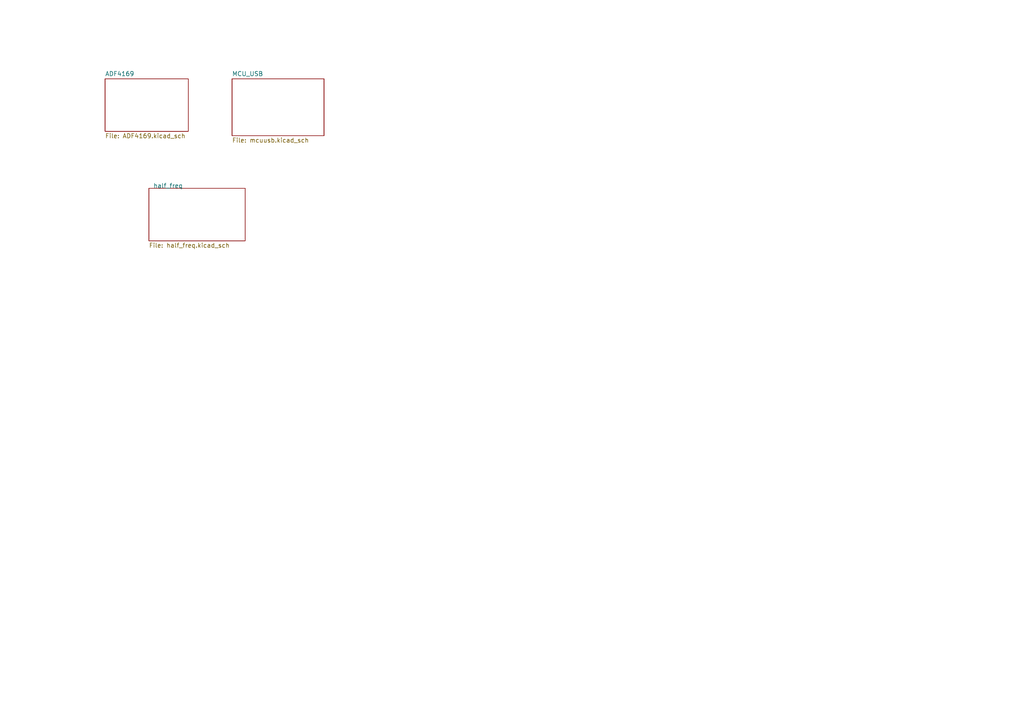
<source format=kicad_sch>
(kicad_sch (version 20211123) (generator eeschema)
  (paper "A4")
  (lib_symbols)
  (sheet (at 67.31 22.86) (size 26.67 16.51) (stroke (width 0.1524))
    (property "Sheet name" "MCU_USB" (at 67.31 22.1484 0) (effects (justify left bottom)))
    (property "Sheet file" "mcuusb.kicad_sch" (at 67.31 39.9546 0) (effects (justify left top)))
  )
  (sheet (at 30.48 22.86) (size 24.13 15.24) (stroke (width 0.1524))
    (property "Sheet name" "ADF4169" (at 30.48 22.1484 0) (effects (justify left bottom)))
    (property "Sheet file" "ADF4169.kicad_sch" (at 30.48 38.6846 0) (effects (justify left top)))
  )
  (sheet (at 43.18 54.61) (size 27.94 15.24) (stroke (width 0.1524))
    (property "Sheet name" "half_freq" (at 44.45 54.61 0) (effects (justify left bottom)))
    (property "Sheet file" "half_freq.kicad_sch" (at 43.18 70.4346 0) (effects (justify left top)))
  )
)
</source>
